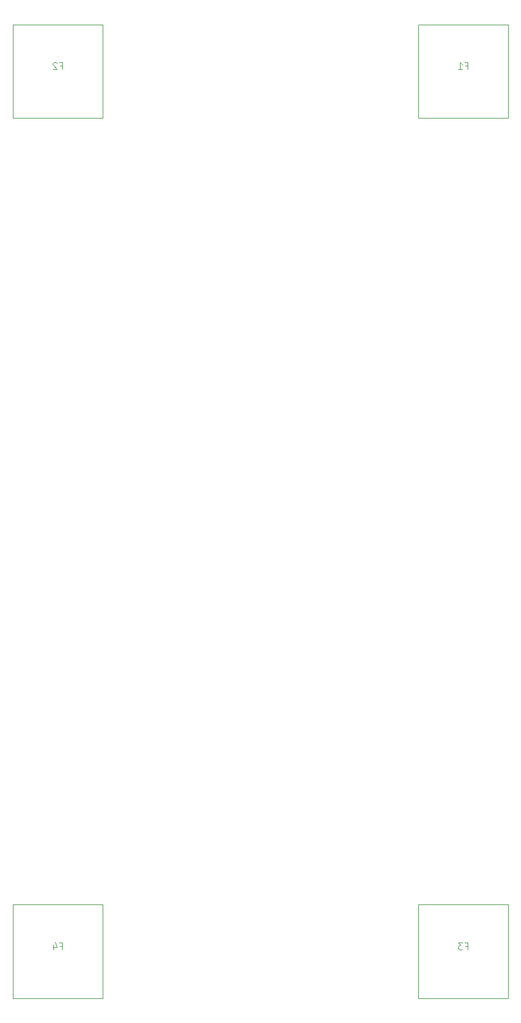
<source format=gbr>
%TF.GenerationSoftware,KiCad,Pcbnew,9.0.6*%
%TF.CreationDate,2026-01-10T01:38:57+11:00*%
%TF.ProjectId,audio-mixer,61756469-6f2d-46d6-9978-65722e6b6963,rev?*%
%TF.SameCoordinates,Original*%
%TF.FileFunction,Legend,Bot*%
%TF.FilePolarity,Positive*%
%FSLAX46Y46*%
G04 Gerber Fmt 4.6, Leading zero omitted, Abs format (unit mm)*
G04 Created by KiCad (PCBNEW 9.0.6) date 2026-01-10 01:38:57*
%MOMM*%
%LPD*%
G01*
G04 APERTURE LIST*
%ADD10C,0.100000*%
G04 APERTURE END LIST*
D10*
X96833333Y-155908671D02*
X97166666Y-155908671D01*
X97166666Y-156432481D02*
X97166666Y-155432481D01*
X97166666Y-155432481D02*
X96690476Y-155432481D01*
X96404761Y-155432481D02*
X95785714Y-155432481D01*
X95785714Y-155432481D02*
X96119047Y-155813433D01*
X96119047Y-155813433D02*
X95976190Y-155813433D01*
X95976190Y-155813433D02*
X95880952Y-155861052D01*
X95880952Y-155861052D02*
X95833333Y-155908671D01*
X95833333Y-155908671D02*
X95785714Y-156003909D01*
X95785714Y-156003909D02*
X95785714Y-156242004D01*
X95785714Y-156242004D02*
X95833333Y-156337242D01*
X95833333Y-156337242D02*
X95880952Y-156384862D01*
X95880952Y-156384862D02*
X95976190Y-156432481D01*
X95976190Y-156432481D02*
X96261904Y-156432481D01*
X96261904Y-156432481D02*
X96357142Y-156384862D01*
X96357142Y-156384862D02*
X96404761Y-156337242D01*
X38333333Y-28933609D02*
X38666666Y-28933609D01*
X38666666Y-29457419D02*
X38666666Y-28457419D01*
X38666666Y-28457419D02*
X38190476Y-28457419D01*
X37857142Y-28552657D02*
X37809523Y-28505038D01*
X37809523Y-28505038D02*
X37714285Y-28457419D01*
X37714285Y-28457419D02*
X37476190Y-28457419D01*
X37476190Y-28457419D02*
X37380952Y-28505038D01*
X37380952Y-28505038D02*
X37333333Y-28552657D01*
X37333333Y-28552657D02*
X37285714Y-28647895D01*
X37285714Y-28647895D02*
X37285714Y-28743133D01*
X37285714Y-28743133D02*
X37333333Y-28885990D01*
X37333333Y-28885990D02*
X37904761Y-29457419D01*
X37904761Y-29457419D02*
X37285714Y-29457419D01*
X96833333Y-28933609D02*
X97166666Y-28933609D01*
X97166666Y-29457419D02*
X97166666Y-28457419D01*
X97166666Y-28457419D02*
X96690476Y-28457419D01*
X95785714Y-29457419D02*
X96357142Y-29457419D01*
X96071428Y-29457419D02*
X96071428Y-28457419D01*
X96071428Y-28457419D02*
X96166666Y-28600276D01*
X96166666Y-28600276D02*
X96261904Y-28695514D01*
X96261904Y-28695514D02*
X96357142Y-28743133D01*
X38333333Y-155908671D02*
X38666666Y-155908671D01*
X38666666Y-156432481D02*
X38666666Y-155432481D01*
X38666666Y-155432481D02*
X38190476Y-155432481D01*
X37380952Y-155765814D02*
X37380952Y-156432481D01*
X37619047Y-155384862D02*
X37857142Y-156099147D01*
X37857142Y-156099147D02*
X37238095Y-156099147D01*
%TO.C,F3*%
X103000000Y-149975062D02*
X90000000Y-149975062D01*
X90000000Y-163475062D01*
X103000000Y-163475062D01*
X103000000Y-149975062D01*
%TO.C,F2*%
X44500000Y-23000000D02*
X31500000Y-23000000D01*
X31500000Y-36500000D01*
X44500000Y-36500000D01*
X44500000Y-23000000D01*
%TO.C,F1*%
X103000000Y-23000000D02*
X90000000Y-23000000D01*
X90000000Y-36500000D01*
X103000000Y-36500000D01*
X103000000Y-23000000D01*
%TO.C,F4*%
X44500000Y-149975062D02*
X31500000Y-149975062D01*
X31500000Y-163475062D01*
X44500000Y-163475062D01*
X44500000Y-149975062D01*
%TD*%
M02*

</source>
